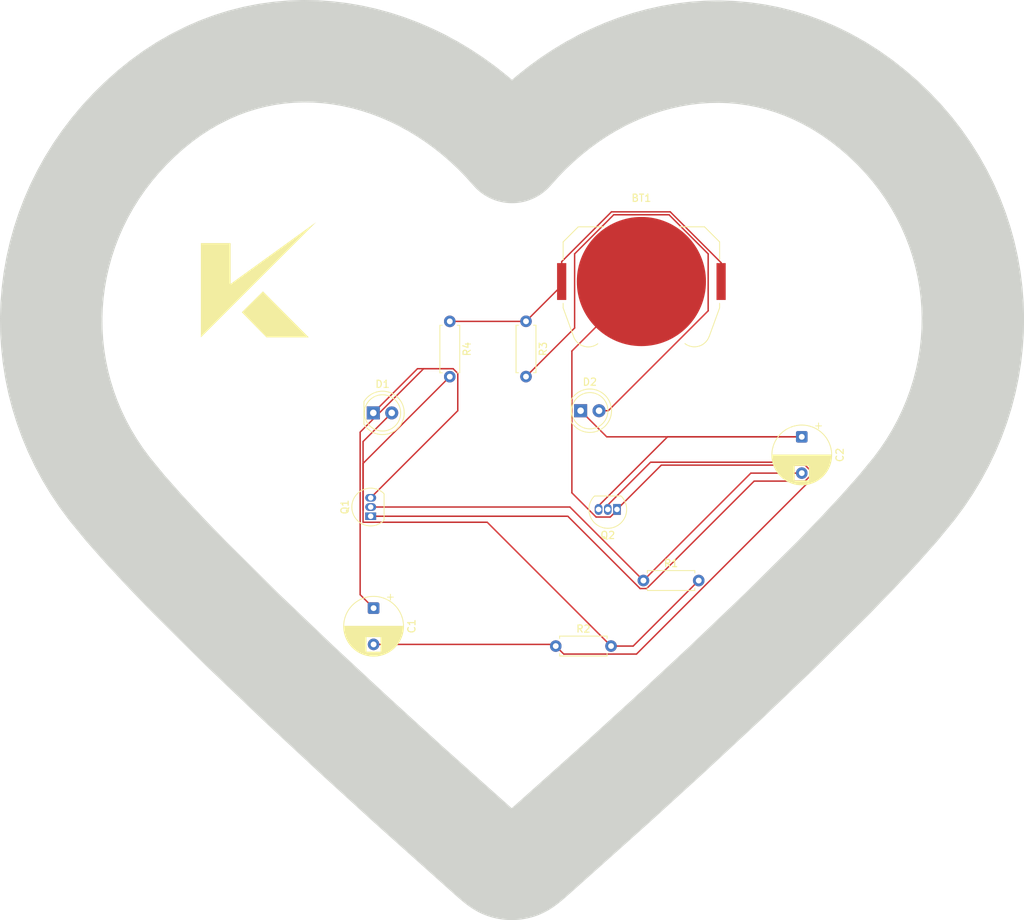
<source format=kicad_pcb>
(kicad_pcb (version 20241229) (generator "pcbnew") (generator_version "9.0")
  (layers (0 "F.Cu" signal) (2 "B.Cu" signal) (13 "F.Paste" user) (15 "B.Paste" user) (5 "F.SilkS" user "F.Silkscreen") (7 "B.SilkS" user "B.Silkscreen") (1 "F.Mask" user) (3 "B.Mask" user) (25 "Edge.Cuts" user))
  (net 0 "")
  (net 1 "Net-(BT1--)")
  (net 2 "Net-(BT1-+)")
  (net 3 "Net-(D1-K)")
  (net 4 "Net-(Q2-B)")
  (net 5 "Net-(D2-K)")
  (net 6 "Net-(Q1-B)")
  (net 7 "Net-(D1-A)")
  (net 8 "Net-(D2-A)")
  (footprint "Resistor_THT:R_Axial_DIN0207_L6.3mm_D2.5mm_P7.62mm_Horizontal" (layer "F.Cu") (at 116.38 90)
    (property "Reference" "R1" (at 3.81 -2.37 0) (layer "F.SilkS"))
    (property "Value" "R")
    (fp_line (start 0.54 -1.37) (end 7.08 -1.37) (stroke (width 0.12)) (layer "F.SilkS"))
    (fp_line (start 0.54 -1.04) (end 0.54 -1.37) (stroke (width 0.12)) (layer "F.SilkS"))
    (fp_line (start 0.54 1.04) (end 0.54 1.37) (stroke (width 0.12)) (layer "F.SilkS"))
    (fp_line (start 0.54 1.37) (end 7.08 1.37) (stroke (width 0.12)) (layer "F.SilkS"))
    (fp_line (start 7.08 -1.37) (end 7.08 -1.04) (stroke (width 0.12)) (layer "F.SilkS"))
    (fp_line (start 7.08 1.37) (end 7.08 1.04) (stroke (width 0.12)) (layer "F.SilkS"))
    (pad "1" thru_hole circle (at 0 0) (size 1.6 1.6) (drill 0.8) (layers "*.Cu" "*.Mask") (net 6 "Net-(Q1-B)"))
    (pad "2" thru_hole circle (at 7.62 0) (size 1.6 1.6) (drill 0.8) (layers "*.Cu" "*.Mask") (net 7 "Net-(D1-A)"))
  )
  (footprint "Package_TO_SOT_THT:TO-92_Inline" (layer "F.Cu") (at 112.74 80.2 180)
    (property "Reference" "Q2" (at 1.27 -3.56 0) (layer "F.SilkS"))
    (property "Value" "2N3904")
    (fp_line (start -0.53 1.85) (end 3.07 1.85) (stroke (width 0.12)) (layer "F.SilkS"))
    (fp_arc (start 1.27 -2.6) (mid 3.672087 -0.994977) (end 3.108478 1.838478) (stroke (width 0.12)) (layer "F.SilkS"))
    (fp_arc (start -0.568478 1.838478) (mid -1.132087 -0.994977) (end 1.27 -2.6) (stroke (width 0.12)) (layer "F.SilkS"))
    (pad "1" thru_hole rect (at 0 0 180) (size 1.05 1.5) (drill 0.75) (layers "*.Cu" "*.Mask") (net 1 "Net-(BT1--)"))
    (pad "2" thru_hole oval (at 1.27 0 180) (size 1.05 1.5) (drill 0.75) (layers "*.Cu" "*.Mask") (net 4 "Net-(Q2-B)"))
    (pad "3" thru_hole oval (at 2.54 0 180) (size 1.05 1.5) (drill 0.75) (layers "*.Cu" "*.Mask") (net 5 "Net-(D2-K)"))
  )
  (footprint "Battery:BatteryHolder_Keystone_3034_1x20mm" (layer "F.Cu") (at 116.1 48.8)
    (property "Reference" "BT1" (at 0 -11.5 0) (layer "F.SilkS"))
    (property "Value" "Battery_Cell")
    (fp_line (start -10.78 -5.46) (end -10.78 -3) (stroke (width 0.12)) (layer "F.SilkS"))
    (fp_line (start -10.78 3) (end -10.78 3.63) (stroke (width 0.12)) (layer "F.SilkS"))
    (fp_line (start -10.78 3.63) (end -9.34 7.58) (stroke (width 0.12)) (layer "F.SilkS"))
    (fp_line (start -8.7 -7.54) (end -10.78 -5.46) (stroke (width 0.12)) (layer "F.SilkS"))
    (fp_line (start -5.2 -7.54) (end -8.7 -7.54) (stroke (width 0.12)) (layer "F.SilkS"))
    (fp_line (start 8.7 -7.54) (end 5.2 -7.54) (stroke (width 0.12)) (layer "F.SilkS"))
    (fp_line (start 8.7 -7.54) (end 10.78 -5.46) (stroke (width 0.12)) (layer "F.SilkS"))
    (fp_line (start 10.78 -5.46) (end 10.78 -3) (stroke (width 0.12)) (layer "F.SilkS"))
    (fp_line (start 10.78 3) (end 10.78 3.63) (stroke (width 0.12)) (layer "F.SilkS"))
    (fp_line (start 10.78 3.63) (end 9.34 7.58) (stroke (width 0.12)) (layer "F.SilkS"))
    (fp_arc (start -6.003354 8.56653) (mid -7.921654 8.918738) (end -9.34 7.58) (stroke (width 0.12)) (layer "F.SilkS"))
    (fp_arc (start 9.325243 7.588169) (mid 7.90634 8.911668) (end 6 8.55) (stroke (width 0.12)) (layer "F.SilkS"))
    (pad "1" smd rect (at -10.985 0) (size 1.27 5.08) (layers "F.Cu" "F.Mask" "F.Paste") (net 2 "Net-(BT1-+)"))
    (pad "1" smd rect (at 10.985 0) (size 1.27 5.08) (layers "F.Cu" "F.Mask" "F.Paste") (net 2 "Net-(BT1-+)"))
    (pad "2" smd circle (at 0 0) (size 17.8 17.8) (layers "F.Cu" "F.Mask") (net 1 "Net-(BT1--)"))
  )
  (footprint "Resistor_THT:R_Axial_DIN0207_L6.3mm_D2.5mm_P7.62mm_Horizontal" (layer "F.Cu") (at 104.3 99.03)
    (property "Reference" "R2" (at 3.81 -2.37 0) (layer "F.SilkS"))
    (property "Value" "R")
    (fp_line (start 0.54 -1.37) (end 7.08 -1.37) (stroke (width 0.12)) (layer "F.SilkS"))
    (fp_line (start 0.54 -1.04) (end 0.54 -1.37) (stroke (width 0.12)) (layer "F.SilkS"))
    (fp_line (start 0.54 1.04) (end 0.54 1.37) (stroke (width 0.12)) (layer "F.SilkS"))
    (fp_line (start 0.54 1.37) (end 7.08 1.37) (stroke (width 0.12)) (layer "F.SilkS"))
    (fp_line (start 7.08 -1.37) (end 7.08 -1.04) (stroke (width 0.12)) (layer "F.SilkS"))
    (fp_line (start 7.08 1.37) (end 7.08 1.04) (stroke (width 0.12)) (layer "F.SilkS"))
    (pad "1" thru_hole circle (at 0 0) (size 1.6 1.6) (drill 0.8) (layers "*.Cu" "*.Mask") (net 4 "Net-(Q2-B)"))
    (pad "2" thru_hole circle (at 7.62 0) (size 1.6 1.6) (drill 0.8) (layers "*.Cu" "*.Mask") (net 7 "Net-(D1-A)"))
  )
  (footprint "Capacitor_THT:CP_Radial_D8.0mm_P5.00mm" (layer "F.Cu") (at 138.2 70.197349 -90)
    (property "Reference" "C2" (at 2.5 -5.25 90) (layer "F.SilkS"))
    (property "Value" "C")
    (fp_line (start 3.98 1.04) (end 3.98 3.805) (stroke (width 0.12)) (layer "F.SilkS"))
    (fp_line (start 4.02 1.04) (end 4.02 3.789) (stroke (width 0.12)) (layer "F.SilkS"))
    (fp_line (start 4.06 1.04) (end 4.06 3.773) (stroke (width 0.12)) (layer "F.SilkS"))
    (fp_line (start 4.1 1.04) (end 4.1 3.757) (stroke (width 0.12)) (layer "F.SilkS"))
    (fp_line (start 4.14 1.04) (end 4.14 3.74) (stroke (width 0.12)) (layer "F.SilkS"))
    (fp_line (start 4.18 1.04) (end 4.18 3.722) (stroke (width 0.12)) (layer "F.SilkS"))
    (fp_line (start 4.22 1.04) (end 4.22 3.704) (stroke (width 0.12)) (layer "F.SilkS"))
    (fp_line (start 4.26 1.04) (end 4.26 3.685) (stroke (width 0.12)) (layer "F.SilkS"))
    (fp_line (start 4.3 1.04) (end 4.3 3.666) (stroke (width 0.12)) (layer "F.SilkS"))
    (fp_line (start 4.34 1.04) (end 4.34 3.646) (stroke (width 0.12)) (layer "F.SilkS"))
    (fp_line (start 4.38 1.04) (end 4.38 3.626) (stroke (width 0.12)) (layer "F.SilkS"))
    (fp_line (start 4.42 1.04) (end 4.42 3.605) (stroke (width 0.12)) (layer "F.SilkS"))
    (fp_line (start 4.46 1.04) (end 4.46 3.584) (stroke (width 0.12)) (layer "F.SilkS"))
    (fp_line (start 4.5 1.04) (end 4.5 3.562) (stroke (width 0.12)) (layer "F.SilkS"))
    (fp_line (start 4.54 1.04) (end 4.54 3.539) (stroke (width 0.12)) (layer "F.SilkS"))
    (fp_line (start 4.58 1.04) (end 4.58 3.516) (stroke (width 0.12)) (layer "F.SilkS"))
    (fp_line (start 4.62 1.04) (end 4.62 3.493) (stroke (width 0.12)) (layer "F.SilkS"))
    (fp_line (start 4.66 1.04) (end 4.66 3.468) (stroke (width 0.12)) (layer "F.SilkS"))
    (fp_line (start 4.7 1.04) (end 4.7 3.443) (stroke (width 0.12)) (layer "F.SilkS"))
    (fp_line (start 4.74 1.04) (end 4.74 3.418) (stroke (width 0.12)) (layer "F.SilkS"))
    (fp_line (start 4.78 1.04) (end 4.78 3.392) (stroke (width 0.12)) (layer "F.SilkS"))
    (fp_line (start 4.82 1.04) (end 4.82 3.365) (stroke (width 0.12)) (layer "F.SilkS"))
    (fp_line (start 4.86 1.04) (end 4.86 3.337) (stroke (width 0.12)) (layer "F.SilkS"))
    (fp_line (start 4.9 1.04) (end 4.9 3.309) (stroke (width 0.12)) (layer "F.SilkS"))
    (fp_line (start 4.94 1.04) (end 4.94 3.28) (stroke (width 0.12)) (layer "F.SilkS"))
    (fp_line (start 4.98 1.04) (end 4.98 3.25) (stroke (width 0.12)) (layer "F.SilkS"))
    (fp_line (start 5.02 1.04) (end 5.02 3.219) (stroke (width 0.12)) (layer "F.SilkS"))
    (fp_line (start 5.06 1.04) (end 5.06 3.188) (stroke (width 0.12)) (layer "F.SilkS"))
    (fp_line (start 5.1 1.04) (end 5.1 3.156) (stroke (width 0.12)) (layer "F.SilkS"))
    (fp_line (start 5.14 1.04) (end 5.14 3.123) (stroke (width 0.12)) (layer "F.SilkS"))
    (fp_line (start 5.18 1.04) (end 5.18 3.089) (stroke (width 0.12)) (layer "F.SilkS"))
    (fp_line (start 5.22 1.04) (end 5.22 3.055) (stroke (width 0.12)) (layer "F.SilkS"))
    (fp_line (start 5.26 1.04) (end 5.26 3.019) (stroke (width 0.12)) (layer "F.SilkS"))
    (fp_line (start 5.3 1.04) (end 5.3 2.982) (stroke (width 0.12)) (layer "F.SilkS"))
    (fp_line (start 5.34 1.04) (end 5.34 2.945) (stroke (width 0.12)) (layer "F.SilkS"))
    (fp_line (start 5.38 1.04) (end 5.38 2.906) (stroke (width 0.12)) (layer "F.SilkS"))
    (fp_line (start 5.42 1.04) (end 5.42 2.867) (stroke (width 0.12)) (layer "F.SilkS"))
    (fp_line (start 5.46 1.04) (end 5.46 2.826) (stroke (width 0.12)) (layer "F.SilkS"))
    (fp_line (start 5.5 1.04) (end 5.5 2.784) (stroke (width 0.12)) (layer "F.SilkS"))
    (fp_line (start 5.54 1.04) (end 5.54 2.741) (stroke (width 0.12)) (layer "F.SilkS"))
    (fp_line (start 5.58 1.04) (end 5.58 2.696) (stroke (width 0.12)) (layer "F.SilkS"))
    (fp_line (start 5.62 1.04) (end 5.62 2.651) (stroke (width 0.12)) (layer "F.SilkS"))
    (fp_line (start 5.66 1.04) (end 5.66 2.604) (stroke (width 0.12)) (layer "F.SilkS"))
    (fp_line (start 5.7 1.04) (end 5.7 2.555) (stroke (width 0.12)) (layer "F.SilkS"))
    (fp_line (start 5.74 1.04) (end 5.74 2.505) (stroke (width 0.12)) (layer "F.SilkS"))
    (fp_line (start 5.78 1.04) (end 5.78 2.453) (stroke (width 0.12)) (layer "F.SilkS"))
    (fp_line (start 5.82 1.04) (end 5.82 2.4) (stroke (width 0.12)) (layer "F.SilkS"))
    (fp_line (start 5.86 1.04) (end 5.86 2.344) (stroke (width 0.12)) (layer "F.SilkS"))
    (fp_line (start 5.9 1.04) (end 5.9 2.287) (stroke (width 0.12)) (layer "F.SilkS"))
    (fp_line (start 5.94 1.04) (end 5.94 2.227) (stroke (width 0.12)) (layer "F.SilkS"))
    (fp_line (start 5.98 1.04) (end 5.98 2.165) (stroke (width 0.12)) (layer "F.SilkS"))
    (fp_line (start 6.02 1.04) (end 6.02 2.101) (stroke (width 0.12)) (layer "F.SilkS"))
    (fp_line (start 6.58 -0.533) (end 6.58 0.533) (stroke (width 0.12)) (layer "F.SilkS"))
    (fp_line (start 6.54 -0.768) (end 6.54 0.768) (stroke (width 0.12)) (layer "F.SilkS"))
    (fp_line (start 6.5 -0.947) (end 6.5 0.947) (stroke (width 0.12)) (layer "F.SilkS"))
    (fp_line (start 6.46 -1.097) (end 6.46 1.097) (stroke (width 0.12)) (layer "F.SilkS"))
    (fp_line (start 6.42 -1.228) (end 6.42 1.228) (stroke (width 0.12)) (layer "F.SilkS"))
    (fp_line (start 6.38 -1.346) (end 6.38 1.346) (stroke (width 0.12)) (layer "F.SilkS"))
    (fp_line (start 6.34 -1.453) (end 6.34 1.453) (stroke (width 0.12)) (layer "F.SilkS"))
    (fp_line (start 6.3 -1.552) (end 6.3 1.552) (stroke (width 0.12)) (layer "F.SilkS"))
    (fp_line (start 6.26 -1.644) (end 6.26 1.644) (stroke (width 0.12)) (layer "F.SilkS"))
    (fp_line (start 6.22 -1.731) (end 6.22 1.731) (stroke (width 0.12)) (layer "F.SilkS"))
    (fp_line (start 6.18 -1.813) (end 6.18 1.813) (stroke (width 0.12)) (layer "F.SilkS"))
    (fp_line (start 6.14 -1.89) (end 6.14 1.89) (stroke (width 0.12)) (layer "F.SilkS"))
    (fp_line (start 6.1 -1.964) (end 6.1 1.964) (stroke (width 0.12)) (layer "F.SilkS"))
    (fp_line (start 6.06 -2.034) (end 6.06 2.034) (stroke (width 0.12)) (layer "F.SilkS"))
    (fp_line (start 6.02 -2.101) (end 6.02 -1.04) (stroke (width 0.12)) (layer "F.SilkS"))
    (fp_line (start 5.98 -2.165) (end 5.98 -1.04) (stroke (width 0.12)) (layer "F.SilkS"))
    (fp_line (start 5.94 -2.227) (end 5.94 -1.04) (stroke (width 0.12)) (layer "F.SilkS"))
    (fp_line (start 5.9 -2.287) (end 5.9 -1.04) (stroke (width 0.12)) (layer "F.SilkS"))
    (fp_line (start -1.909698 -2.315) (end -1.109698 -2.315) (stroke (width 0.12)) (layer "F.SilkS"))
    (fp_line (start 5.86 -2.344) (end 5.86 -1.04) (stroke (width 0.12)) (layer "F.SilkS"))
    (fp_line (start 5.82 -2.4) (end 5.82 -1.04) (stroke (width 0.12)) (layer "F.SilkS"))
    (fp_line (start 5.78 -2.453) (end 5.78 -1.04) (stroke (width 0.12)) (layer "F.SilkS"))
    (fp_line (start 5.74 -2.505) (end 5.74 -1.04) (stroke (width 0.12)) (layer "F.SilkS"))
    (fp_line (start 5.7 -2.555) (end 5.7 -1.04) (stroke (width 0.12)) (layer "F.SilkS"))
    (fp_line (start 5.66 -2.604) (end 5.66 -1.04) (stroke (width 0.12)) (layer "F.SilkS"))
    (fp_line (start 5.62 -2.651) (end 5.62 -1.04) (stroke (width 0.12)) (layer "F.SilkS"))
    (fp_line (start 5.58 -2.696) (end 5.58 -1.04) (stroke (width 0.12)) (layer "F.SilkS"))
    (fp_line (start -1.509698 -2.715) (end -1.509698 -1.915) (stroke (width 0.12)) (layer "F.SilkS"))
    (fp_line (start 5.54 -2.741) (end 5.54 -1.04) (stroke (width 0.12)) (layer "F.SilkS"))
    (fp_line (start 5.5 -2.784) (end 5.5 -1.04) (stroke (width 0.12)) (layer "F.SilkS"))
    (fp_line (start 5.46 -2.826) (end 5.46 -1.04) (stroke (width 0.12)) (layer "F.SilkS"))
    (fp_line (start 5.42 -2.867) (end 5.42 -1.04) (stroke (width 0.12)) (layer "F.SilkS"))
    (fp_line (start 5.38 -2.906) (end 5.38 -1.04) (stroke (width 0.12)) (layer "F.SilkS"))
    (fp_line (start 5.34 -2.945) (end 5.34 -1.04) (stroke (width 0.12)) (layer "F.SilkS"))
    (fp_line (start 5.3 -2.982) (end 5.3 -1.04) (stroke (width 0.12)) (layer "F.SilkS"))
    (fp_line (start 5.26 -3.019) (end 5.26 -1.04) (stroke (width 0.12)) (layer "F.SilkS"))
    (fp_line (start 5.22 -3.055) (end 5.22 -1.04) (stroke (width 0.12)) (layer "F.SilkS"))
    (fp_line (start 5.18 -3.089) (end 5.18 -1.04) (stroke (width 0.12)) (layer "F.SilkS"))
    (fp_line (start 5.14 -3.123) (end 5.14 -1.04) (stroke (width 0.12)) (layer "F.SilkS"))
    (fp_line (start 5.1 -3.156) (end 5.1 -1.04) (stroke (width 0.12)) (layer "F.SilkS"))
    (fp_line (start 5.06 -3.188) (end 5.06 -1.04) (stroke (width 0.12)) (layer "F.SilkS"))
    (fp_line (start 5.02 -3.219) (end 5.02 -1.04) (stroke (width 0.12)) (layer "F.SilkS"))
    (fp_line (start 4.98 -3.25) (end 4.98 -1.04) (stroke (width 0.12)) (layer "F.SilkS"))
    (fp_line (start 4.94 -3.28) (end 4.94 -1.04) (stroke (width 0.12)) (layer "F.SilkS"))
    (fp_line (start 4.9 -3.309) (end 4.9 -1.04) (stroke (width 0.12)) (layer "F.SilkS"))
    (fp_line (start 4.86 -3.337) (end 4.86 -1.04) (stroke (width 0.12)) (layer "F.SilkS"))
    (fp_line (start 4.82 -3.365) (end 4.82 -1.04) (stroke (width 0.12)) (layer "F.SilkS"))
    (fp_line (start 4.78 -3.392) (end 4.78 -1.04) (stroke (width 0.12)) (layer "F.SilkS"))
    (fp_line (start 4.74 -3.418) (end 4.74 -1.04) (stroke (width 0.12)) (layer "F.SilkS"))
    (fp_line (start 4.7 -3.443) (end 4.7 -1.04) (stroke (width 0.12)) (layer "F.SilkS"))
    (fp_line (start 4.66 -3.468) (end 4.66 -1.04) (stroke (width 0.12)) (layer "F.SilkS"))
    (fp_line (start 4.62 -3.493) (end 4.62 -1.04) (stroke (width 0.12)) (layer "F.SilkS"))
    (fp_line (start 4.58 -3.516) (end 4.58 -1.04) (stroke (width 0.12)) (layer "F.SilkS"))
    (fp_line (start 4.54 -3.539) (end 4.54 -1.04) (stroke (width 0.12)) (layer "F.SilkS"))
    (fp_line (start 4.5 -3.562) (end 4.5 -1.04) (stroke (width 0.12)) (layer "F.SilkS"))
    (fp_line (start 4.46 -3.584) (end 4.46 -1.04) (stroke (width 0.12)) (layer "F.SilkS"))
    (fp_line (start 4.42 -3.605) (end 4.42 -1.04) (stroke (width 0.12)) (layer "F.SilkS"))
    (fp_line (start 4.38 -3.626) (end 4.38 -1.04) (stroke (width 0.12)) (layer "F.SilkS"))
    (fp_line (start 4.34 -3.646) (end 4.34 -1.04) (stroke (width 0.12)) (layer "F.SilkS"))
    (fp_line (start 4.3 -3.666) (end 4.3 -1.04) (stroke (width 0.12)) (layer "F.SilkS"))
    (fp_line (start 4.26 -3.685) (end 4.26 -1.04) (stroke (width 0.12)) (layer "F.SilkS"))
    (fp_line (start 4.22 -3.704) (end 4.22 -1.04) (stroke (width 0.12)) (layer "F.SilkS"))
    (fp_line (start 4.18 -3.722) (end 4.18 -1.04) (stroke (width 0.12)) (layer "F.SilkS"))
    (fp_line (start 4.14 -3.74) (end 4.14 -1.04) (stroke (width 0.12)) (layer "F.SilkS"))
    (fp_line (start 4.1 -3.757) (end 4.1 -1.04) (stroke (width 0.12)) (layer "F.SilkS"))
    (fp_line (start 4.06 -3.773) (end 4.06 -1.04) (stroke (width 0.12)) (layer "F.SilkS"))
    (fp_line (start 4.02 -3.789) (end 4.02 -1.04) (stroke (width 0.12)) (layer "F.SilkS"))
    (fp_line (start 3.98 -3.805) (end 3.98 -1.04) (stroke (width 0.12)) (layer "F.SilkS"))
    (fp_line (start 3.94 -3.82) (end 3.94 3.82) (stroke (width 0.12)) (layer "F.SilkS"))
    (fp_line (start 3.9 -3.835) (end 3.9 3.835) (stroke (width 0.12)) (layer "F.SilkS"))
    (fp_line (start 3.86 -3.849) (end 3.86 3.849) (stroke (width 0.12)) (layer "F.SilkS"))
    (fp_line (start 3.82 -3.863) (end 3.82 3.863) (stroke (width 0.12)) (layer "F.SilkS"))
    (fp_line (start 3.78 -3.876) (end 3.78 3.876) (stroke (width 0.12)) (layer "F.SilkS"))
    (fp_line (start 3.74 -3.889) (end 3.74 3.889) (stroke (width 0.12)) (layer "F.SilkS"))
    (fp_line (start 3.7 -3.901) (end 3.7 3.901) (stroke (width 0.12)) (layer "F.SilkS"))
    (fp_line (start 3.66 -3.913) (end 3.66 3.913) (stroke (width 0.12)) (layer "F.SilkS"))
    (fp_line (start 3.62 -3.925) (end 3.62 3.925) (stroke (width 0.12)) (layer "F.SilkS"))
    (fp_line (start 3.58 -3.936) (end 3.58 3.936) (stroke (width 0.12)) (layer "F.SilkS"))
    (fp_line (start 3.54 -3.947) (end 3.54 3.947) (stroke (width 0.12)) (layer "F.SilkS"))
    (fp_line (start 3.5 -3.957) (end 3.5 3.957) (stroke (width 0.12)) (layer "F.SilkS"))
    (fp_line (start 3.46 -3.967) (end 3.46 3.967) (stroke (width 0.12)) (layer "F.SilkS"))
    (fp_line (start 3.42 -3.976) (end 3.42 3.976) (stroke (width 0.12)) (layer "F.SilkS"))
    (fp_line (start 3.38 -3.985) (end 3.38 3.985) (stroke (width 0.12)) (layer "F.SilkS"))
    (fp_line (start 3.34 -3.993) (end 3.34 3.993) (stroke (width 0.12)) (layer "F.SilkS"))
    (fp_line (start 3.3 -4.002) (end 3.3 4.002) (stroke (width 0.12)) (layer "F.SilkS"))
    (fp_line (start 3.26 -4.009) (end 3.26 4.009) (stroke (width 0.12)) (layer "F.SilkS"))
    (fp_line (start 3.22 -4.017) (end 3.22 4.017) (stroke (width 0.12)) (layer "F.SilkS"))
    (fp_line (start 3.18 -4.023) (end 3.18 4.023) (stroke (width 0.12)) (layer "F.SilkS"))
    (fp_line (start 3.14 -4.03) (end 3.14 4.03) (stroke (width 0.12)) (layer "F.SilkS"))
    (fp_line (start 3.1 -4.036) (end 3.1 4.036) (stroke (width 0.12)) (layer "F.SilkS"))
    (fp_line (start 3.06 -4.042) (end 3.06 4.042) (stroke (width 0.12)) (layer "F.SilkS"))
    (fp_line (start 3.02 -4.047) (end 3.02 4.047) (stroke (width 0.12)) (layer "F.SilkS"))
    (fp_line (start 2.98 -4.052) (end 2.98 4.052) (stroke (width 0.12)) (layer "F.SilkS"))
    (fp_line (start 2.94 -4.056) (end 2.94 4.056) (stroke (width 0.12)) (layer "F.SilkS"))
    (fp_line (start 2.9 -4.061) (end 2.9 4.061) (stroke (width 0.12)) (layer "F.SilkS"))
    (fp_line (start 2.86 -4.064) (end 2.86 4.064) (stroke (width 0.12)) (layer "F.SilkS"))
    (fp_line (start 2.82 -4.068) (end 2.82 4.068) (stroke (width 0.12)) (layer "F.SilkS"))
    (fp_line (start 2.78 -4.07) (end 2.78 4.07) (stroke (width 0.12)) (layer "F.SilkS"))
    (fp_line (start 2.74 -4.073) (end 2.74 4.073) (stroke (width 0.12)) (layer "F.SilkS"))
    (fp_line (start 2.7 -4.075) (end 2.7 4.075) (stroke (width 0.12)) (layer "F.SilkS"))
    (fp_line (start 2.66 -4.077) (end 2.66 4.077) (stroke (width 0.12)) (layer "F.SilkS"))
    (fp_line (start 2.62 -4.078) (end 2.62 4.078) (stroke (width 0.12)) (layer "F.SilkS"))
    (fp_line (start 2.58 -4.079) (end 2.58 4.079) (stroke (width 0.12)) (layer "F.SilkS"))
    (fp_line (start 2.5 -4.08) (end 2.5 4.08) (stroke (width 0.12)) (layer "F.SilkS"))
    (fp_line (start 2.54 -4.08) (end 2.54 4.08) (stroke (width 0.12)) (layer "F.SilkS"))
    (fp_circle (center 2.5 0) (end 6.62 0) (stroke (width 0.12)) (fill no) (layer "F.SilkS"))
    (pad "1" thru_hole roundrect (at 0 0 270) (size 1.6 1.6) (drill 0.8) (layers "*.Cu" "*.Mask") (roundrect_rratio 0.15625) (net 5 "Net-(D2-K)"))
    (pad "2" thru_hole circle (at 5 0 270) (size 1.6 1.6) (drill 0.8) (layers "*.Cu" "*.Mask") (net 6 "Net-(Q1-B)"))
  )
  (footprint "LED_THT:LED_D5.0mm" (layer "F.Cu") (at 79.16 66.9)
    (property "Reference" "D1" (at 1.27 -3.96 0) (layer "F.SilkS"))
    (property "Value" "LED")
    (fp_line (start -1.29 -1.545) (end -1.29 1.545) (stroke (width 0.12)) (layer "F.SilkS"))
    (fp_arc (start -1.29 -1.54483) (mid 2.071779 -2.880495) (end 4.26 0) (stroke (width 0.12)) (layer "F.SilkS"))
    (fp_arc (start 4.26 0) (mid 2.071779 2.880495) (end -1.29 1.54483) (stroke (width 0.12)) (layer "F.SilkS"))
    (fp_circle (center 1.27 0) (end 3.77 0) (stroke (width 0.12)) (fill no) (layer "F.SilkS"))
    (pad "1" thru_hole rect (at 0 0) (size 1.8 1.8) (drill 0.9) (layers "*.Cu" "*.Mask") (net 3 "Net-(D1-K)"))
    (pad "2" thru_hole circle (at 2.54 0) (size 1.8 1.8) (drill 0.9) (layers "*.Cu" "*.Mask") (net 7 "Net-(D1-A)"))
  )
  (footprint "Package_TO_SOT_THT:TO-92_Inline" (layer "F.Cu") (at 78.8 81.14 90)
    (property "Reference" "Q1" (at 1.27 -3.56 90) (layer "F.SilkS"))
    (property "Value" "2N3904")
    (fp_line (start -0.53 1.85) (end 3.07 1.85) (stroke (width 0.12)) (layer "F.SilkS"))
    (fp_arc (start 1.27 -2.6) (mid 3.672087 -0.994977) (end 3.108478 1.838478) (stroke (width 0.12)) (layer "F.SilkS"))
    (fp_arc (start -0.568478 1.838478) (mid -1.132087 -0.994977) (end 1.27 -2.6) (stroke (width 0.12)) (layer "F.SilkS"))
    (pad "1" thru_hole rect (at 0 0 90) (size 1.05 1.5) (drill 0.75) (layers "*.Cu" "*.Mask") (net 1 "Net-(BT1--)"))
    (pad "2" thru_hole oval (at 1.27 0 90) (size 1.05 1.5) (drill 0.75) (layers "*.Cu" "*.Mask") (net 6 "Net-(Q1-B)"))
    (pad "3" thru_hole oval (at 2.54 0 90) (size 1.05 1.5) (drill 0.75) (layers "*.Cu" "*.Mask") (net 3 "Net-(D1-K)"))
  )
  (footprint "LED_THT:LED_D5.0mm" (layer "F.Cu") (at 107.725 66.6)
    (property "Reference" "D2" (at 1.27 -3.96 0) (layer "F.SilkS"))
    (property "Value" "LED")
    (fp_line (start -1.29 -1.545) (end -1.29 1.545) (stroke (width 0.12)) (layer "F.SilkS"))
    (fp_arc (start -1.29 -1.54483) (mid 2.071779 -2.880495) (end 4.26 0) (stroke (width 0.12)) (layer "F.SilkS"))
    (fp_arc (start 4.26 0) (mid 2.071779 2.880495) (end -1.29 1.54483) (stroke (width 0.12)) (layer "F.SilkS"))
    (fp_circle (center 1.27 0) (end 3.77 0) (stroke (width 0.12)) (fill no) (layer "F.SilkS"))
    (pad "1" thru_hole rect (at 0 0) (size 1.8 1.8) (drill 0.9) (layers "*.Cu" "*.Mask") (net 5 "Net-(D2-K)"))
    (pad "2" thru_hole circle (at 2.54 0) (size 1.8 1.8) (drill 0.9) (layers "*.Cu" "*.Mask") (net 8 "Net-(D2-A)"))
  )
  (footprint "Capacitor_THT:CP_Radial_D8.0mm_P5.00mm" (layer "F.Cu") (at 79.2 93.8 -90)
    (property "Reference" "C1" (at 2.5 -5.25 90) (layer "F.SilkS"))
    (property "Value" "C")
    (fp_line (start 3.98 1.04) (end 3.98 3.805) (stroke (width 0.12)) (layer "F.SilkS"))
    (fp_line (start 4.02 1.04) (end 4.02 3.789) (stroke (width 0.12)) (layer "F.SilkS"))
    (fp_line (start 4.06 1.04) (end 4.06 3.773) (stroke (width 0.12)) (layer "F.SilkS"))
    (fp_line (start 4.1 1.04) (end 4.1 3.757) (stroke (width 0.12)) (layer "F.SilkS"))
    (fp_line (start 4.14 1.04) (end 4.14 3.74) (stroke (width 0.12)) (layer "F.SilkS"))
    (fp_line (start 4.18 1.04) (end 4.18 3.722) (stroke (width 0.12)) (layer "F.SilkS"))
    (fp_line (start 4.22 1.04) (end 4.22 3.704) (stroke (width 0.12)) (layer "F.SilkS"))
    (fp_line (start 4.26 1.04) (end 4.26 3.685) (stroke (width 0.12)) (layer "F.SilkS"))
    (fp_line (start 4.3 1.04) (end 4.3 3.666) (stroke (width 0.12)) (layer "F.SilkS"))
    (fp_line (start 4.34 1.04) (end 4.34 3.646) (stroke (width 0.12)) (layer "F.SilkS"))
    (fp_line (start 4.38 1.04) (end 4.38 3.626) (stroke (width 0.12)) (layer "F.SilkS"))
    (fp_line (start 4.42 1.04) (end 4.42 3.605) (stroke (width 0.12)) (layer "F.SilkS"))
    (fp_line (start 4.46 1.04) (end 4.46 3.584) (stroke (width 0.12)) (layer "F.SilkS"))
    (fp_line (start 4.5 1.04) (end 4.5 3.562) (stroke (width 0.12)) (layer "F.SilkS"))
    (fp_line (start 4.54 1.04) (end 4.54 3.539) (stroke (width 0.12)) (layer "F.SilkS"))
    (fp_line (start 4.58 1.04) (end 4.58 3.516) (stroke (width 0.12)) (layer "F.SilkS"))
    (fp_line (start 4.62 1.04) (end 4.62 3.493) (stroke (width 0.12)) (layer "F.SilkS"))
    (fp_line (start 4.66 1.04) (end 4.66 3.468) (stroke (width 0.12)) (layer "F.SilkS"))
    (fp_line (start 4.7 1.04) (end 4.7 3.443) (stroke (width 0.12)) (layer "F.SilkS"))
    (fp_line (start 4.74 1.04) (end 4.74 3.418) (stroke (width 0.12)) (layer "F.SilkS"))
    (fp_line (start 4.78 1.04) (end 4.78 3.392) (stroke (width 0.12)) (layer "F.SilkS"))
    (fp_line (start 4.82 1.04) (end 4.82 3.365) (stroke (width 0.12)) (layer "F.SilkS"))
    (fp_line (start 4.86 1.04) (end 4.86 3.337) (stroke (width 0.12)) (layer "F.SilkS"))
    (fp_line (start 4.9 1.04) (end 4.9 3.309) (stroke (width 0.12)) (layer "F.SilkS"))
    (fp_line (start 4.94 1.04) (end 4.94 3.28) (stroke (width 0.12)) (layer "F.SilkS"))
    (fp_line (start 4.98 1.04) (end 4.98 3.25) (stroke (width 0.12)) (layer "F.SilkS"))
    (fp_line (start 5.02 1.04) (end 5.02 3.219) (stroke (width 0.12)) (layer "F.SilkS"))
    (fp_line (start 5.06 1.04) (end 5.06 3.188) (stroke (width 0.12)) (layer "F.SilkS"))
    (fp_line (start 5.1 1.04) (end 5.1 3.156) (stroke (width 0.12)) (layer "F.SilkS"))
    (fp_line (start 5.14 1.04) (end 5.14 3.123) (stroke (width 0.12)) (layer "F.SilkS"))
    (fp_line (start 5.18 1.04) (end 5.18 3.089) (stroke (width 0.12)) (layer "F.SilkS"))
    (fp_line (start 5.22 1.04) (end 5.22 3.055) (stroke (width 0.12)) (layer "F.SilkS"))
    (fp_line (start 5.26 1.04) (end 5.26 3.019) (stroke (width 0.12)) (layer "F.SilkS"))
    (fp_line (start 5.3 1.04) (end 5.3 2.982) (stroke (width 0.12)) (layer "F.SilkS"))
    (fp_line (start 5.34 1.04) (end 5.34 2.945) (stroke (width 0.12)) (layer "F.SilkS"))
    (fp_line (start 5.38 1.04) (end 5.38 2.906) (stroke (width 0.12)) (layer "F.SilkS"))
    (fp_line (start 5.42 1.04) (end 5.42 2.867) (stroke (width 0.12)) (layer "F.SilkS"))
    (fp_line (start 5.46 1.04) (end 5.46 2.826) (stroke (width 0.12)) (layer "F.SilkS"))
    (fp_line (start 5.5 1.04) (end 5.5 2.784) (stroke (width 0.12)) (layer "F.SilkS"))
    (fp_line (start 5.54 1.04) (end 5.54 2.741) (stroke (width 0.12)) (layer "F.SilkS"))
    (fp_line (start 5.58 1.04) (end 5.58 2.696) (stroke (width 0.12)) (layer "F.SilkS"))
    (fp_line (start 5.62 1.04) (end 5.62 2.651) (stroke (width 0.12)) (layer "F.SilkS"))
    (fp_line (start 5.66 1.04) (end 5.66 2.604) (stroke (width 0.12)) (layer "F.SilkS"))
    (fp_line (start 5.7 1.04) (end 5.7 2.555) (stroke (width 0.12)) (layer "F.SilkS"))
    (fp_line (start 5.74 1.04) (end 5.74 2.505) (stroke (width 0.12)) (layer "F.SilkS"))
    (fp_line (start 5.78 1.04) (end 5.78 2.453) (stroke (width 0.12)) (layer "F.SilkS"))
    (fp_line (start 5.82 1.04) (end 5.82 2.4) (stroke (width 0.12)) (layer "F.SilkS"))
    (fp_line (start 5.86 1.04) (end 5.86 2.344) (stroke (width 0.12)) (layer "F.SilkS"))
    (fp_line (start 5.9 1.04) (end 5.9 2.287) (stroke (width 0.12)) (layer "F.SilkS"))
    (fp_line (start 5.94 1.04) (end 5.94 2.227) (stroke (width 0.12)) (layer "F.SilkS"))
    (fp_line (start 5.98 1.04) (end 5.98 2.165) (stroke (width 0.12)) (layer "F.SilkS"))
    (fp_line (start 6.02 1.04) (end 6.02 2.101) (stroke (width 0.12)) (layer "F.SilkS"))
    (fp_line (start 6.58 -0.533) (end 6.58 0.533) (stroke (width 0.12)) (layer "F.SilkS"))
    (fp_line (start 6.54 -0.768) (end 6.54 0.768) (stroke (width 0.12)) (layer "F.SilkS"))
    (fp_line (start 6.5 -0.947) (end 6.5 0.947) (stroke (width 0.12)) (layer "F.SilkS"))
    (fp_line (start 6.46 -1.097) (end 6.46 1.097) (stroke (width 0.12)) (layer "F.SilkS"))
    (fp_line (start 6.42 -1.228) (end 6.42 1.228) (stroke (width 0.12)) (layer "F.SilkS"))
    (fp_line (start 6.38 -1.346) (end 6.38 1.346) (stroke (width 0.12)) (layer "F.SilkS"))
    (fp_line (start 6.34 -1.453) (end 6.34 1.453) (stroke (width 0.12)) (layer "F.SilkS"))
    (fp_line (start 6.3 -1.552) (end 6.3 1.552) (stroke (width 0.12)) (layer "F.SilkS"))
    (fp_line (start 6.26 -1.644) (end 6.26 1.644) (stroke (width 0.12)) (layer "F.SilkS"))
    (fp_line (start 6.22 -1.731) (end 6.22 1.731) (stroke (width 0.12)) (layer "F.SilkS"))
    (fp_line (start 6.18 -1.813) (end 6.18 1.813) (stroke (width 0.12)) (layer "F.SilkS"))
    (fp_line (start 6.14 -1.89) (end 6.14 1.89) (stroke (width 0.12)) (layer "F.SilkS"))
    (fp_line (start 6.1 -1.964) (end 6.1 1.964) (stroke (width 0.12)) (layer "F.SilkS"))
    (fp_line (start 6.06 -2.034) (end 6.06 2.034) (stroke (width 0.12)) (layer "F.SilkS"))
    (fp_line (start 6.02 -2.101) (end 6.02 -1.04) (stroke (width 0.12)) (layer "F.SilkS"))
    (fp_line (start 5.98 -2.165) (end 5.98 -1.04) (stroke (width 0.12)) (layer "F.SilkS"))
    (fp_line (start 5.94 -2.227) (end 5.94 -1.04) (stroke (width 0.12)) (layer "F.SilkS"))
    (fp_line (start 5.9 -2.287) (end 5.9 -1.04) (stroke (width 0.12)) (layer "F.SilkS"))
    (fp_line (start -1.909698 -2.315) (end -1.109698 -2.315) (stroke (width 0.12)) (layer "F.SilkS"))
    (fp_line (start 5.86 -2.344) (end 5.86 -1.04) (stroke (width 0.12)) (layer "F.SilkS"))
    (fp_line (start 5.82 -2.4) (end 5.82 -1.04) (stroke (width 0.12)) (layer "F.SilkS"))
    (fp_line (start 5.78 -2.453) (end 5.78 -1.04) (stroke (width 0.12)) (layer "F.SilkS"))
    (fp_line (start 5.74 -2.505) (end 5.74 -1.04) (stroke (width 0.12)) (layer "F.SilkS"))
    (fp_line (start 5.7 -2.555) (end 5.7 -1.04) (stroke (width 0.12)) (layer "F.SilkS"))
    (fp_line (start 5.66 -2.604) (end 5.66 -1.04) (stroke (width 0.12)) (layer "F.SilkS"))
    (fp_line (start 5.62 -2.651) (end 5.62 -1.04) (stroke (width 0.12)) (layer "F.SilkS"))
    (fp_line (start 5.58 -2.696) (end 5.58 -1.04) (stroke (width 0.12)) (layer "F.SilkS"))
    (fp_line (start -1.509698 -2.715) (end -1.509698 -1.915) (stroke (width 0.12)) (layer "F.SilkS"))
    (fp_line (start 5.54 -2.741) (end 5.54 -1.04) (stroke (width 0.12)) (layer "F.SilkS"))
    (fp_line (start 5.5 -2.784) (end 5.5 -1.04) (stroke (width 0.12)) (layer "F.SilkS"))
    (fp_line (start 5.46 -2.826) (end 5.46 -1.04) (stroke (width 0.12)) (layer "F.SilkS"))
    (fp_line (start 5.42 -2.867) (end 5.42 -1.04) (stroke (width 0.12)) (layer "F.SilkS"))
    (fp_line (start 5.38 -2.906) (end 5.38 -1.04) (stroke (width 0.12)) (layer "F.SilkS"))
    (fp_line (start 5.34 -2.945) (end 5.34 -1.04) (stroke (width 0.12)) (layer "F.SilkS"))
    (fp_line (start 5.3 -2.982) (end 5.3 -1.04) (stroke (width 0.12)) (layer "F.SilkS"))
    (fp_line (start 5.26 -3.019) (end 5.26 -1.04) (stroke (width 0.12)) (layer "F.SilkS"))
    (fp_line (start 5.22 -3.055) (end 5.22 -1.04) (stroke (width 0.12)) (layer "F.SilkS"))
    (fp_line (start 5.18 -3.089) (end 5.18 -1.04) (stroke (width 0.12)) (layer "F.SilkS"))
    (fp_line (start 5.14 -3.123) (end 5.14 -1.04) (stroke (width 0.12)) (layer "F.SilkS"))
    (fp_line (start 5.1 -3.156) (end 5.1 -1.04) (stroke (width 0.12)) (layer "F.SilkS"))
    (fp_line (start 5.06 -3.188) (end 5.06 -1.04) (stroke (width 0.12)) (layer "F.SilkS"))
    (fp_line (start 5.02 -3.219) (end 5.02 -1.04) (stroke (width 0.12)) (layer "F.SilkS"))
    (fp_line (start 4.98 -3.25) (end 4.98 -1.04) (stroke (width 0.12)) (layer "F.SilkS"))
    (fp_line (start 4.94 -3.28) (end 4.94 -1.04) (stroke (width 0.12)) (layer "F.SilkS"))
    (fp_line (start 4.9 -3.309) (end 4.9 -1.04) (stroke (width 0.12)) (layer "F.SilkS"))
    (fp_line (start 4.86 -3.337) (end 4.86 -1.04) (stroke (width 0.12)) (layer "F.SilkS"))
    (fp_line (start 4.82 -3.365) (end 4.82 -1.04) (stroke (width 0.12)) (layer "F.SilkS"))
    (fp_line (start 4.78 -3.392) (end 4.78 -1.04) (stroke (width 0.12)) (layer "F.SilkS"))
    (fp_line (start 4.74 -3.418) (end 4.74 -1.04) (stroke (width 0.12)) (layer "F.SilkS"))
    (fp_line (start 4.7 -3.443) (end 4.7 -1.04) (stroke (width 0.12)) (layer "F.SilkS"))
    (fp_line (start 4.66 -3.468) (end 4.66 -1.04) (stroke (width 0.12)) (layer "F.SilkS"))
    (fp_line (start 4.62 -3.493) (end 4.62 -1.04) (stroke (width 0.12)) (layer "F.SilkS"))
    (fp_line (start 4.58 -3.516) (end 4.58 -1.04) (stroke (width 0.12)) (layer "F.SilkS"))
    (fp_line (start 4.54 -3.539) (end 4.54 -1.04) (stroke (width 0.12)) (layer "F.SilkS"))
    (fp_line (start 4.5 -3.562) (end 4.5 -1.04) (stroke (width 0.12)) (layer "F.SilkS"))
    (fp_line (start 4.46 -3.584) (end 4.46 -1.04) (stroke (width 0.12)) (layer "F.SilkS"))
    (fp_line (start 4.42 -3.605) (end 4.42 -1.04) (stroke (width 0.12)) (layer "F.SilkS"))
    (fp_line (start 4.38 -3.626) (end 4.38 -1.04) (stroke (width 0.12)) (layer "F.SilkS"))
    (fp_line (start 4.34 -3.646) (end 4.34 -1.04) (stroke (width 0.12)) (layer "F.SilkS"))
    (fp_line (start 4.3 -3.666) (end 4.3 -1.04) (stroke (width 0.12)) (layer "F.SilkS"))
    (fp_line (start 4.26 -3.685) (end 4.26 -1.04) (stroke (width 0.12)) (layer "F.SilkS"))
    (fp_line (start 4.22 -3.704) (end 4.22 -1.04) (stroke (width 0.12)) (layer "F.SilkS"))
    (fp_line (start 4.18 -3.722) (end 4.18 -1.04) (stroke (width 0.12)) (layer "F.SilkS"))
    (fp_line (start 4.14 -3.74) (end 4.14 -1.04) (stroke (width 0.12)) (layer "F.SilkS"))
    (fp_line (start 4.1 -3.757) (end 4.1 -1.04) (stroke (width 0.12)) (layer "F.SilkS"))
    (fp_line (start 4.06 -3.773) (end 4.06 -1.04) (stroke (width 0.12)) (layer "F.SilkS"))
    (fp_line (start 4.02 -3.789) (end 4.02 -1.04) (stroke (width 0.12)) (layer "F.SilkS"))
    (fp_line (start 3.98 -3.805) (end 3.98 -1.04) (stroke (width 0.12)) (layer "F.SilkS"))
    (fp_line (start 3.94 -3.82) (end 3.94 3.82) (stroke (width 0.12)) (layer "F.SilkS"))
    (fp_line (start 3.9 -3.835) (end 3.9 3.835) (stroke (width 0.12)) (layer "F.SilkS"))
    (fp_line (start 3.86 -3.849) (end 3.86 3.849) (stroke (width 0.12)) (layer "F.SilkS"))
    (fp_line (start 3.82 -3.863) (end 3.82 3.863) (stroke (width 0.12)) (layer "F.SilkS"))
    (fp_line (start 3.78 -3.876) (end 3.78 3.876) (stroke (width 0.12)) (layer "F.SilkS"))
    (fp_line (start 3.74 -3.889) (end 3.74 3.889) (stroke (width 0.12)) (layer "F.SilkS"))
    (fp_line (start 3.7 -3.901) (end 3.7 3.901) (stroke (width 0.12)) (layer "F.SilkS"))
    (fp_line (start 3.66 -3.913) (end 3.66 3.913) (stroke (width 0.12)) (layer "F.SilkS"))
    (fp_line (start 3.62 -3.925) (end 3.62 3.925) (stroke (width 0.12)) (layer "F.SilkS"))
    (fp_line (start 3.58 -3.936) (end 3.58 3.936) (stroke (width 0.12)) (layer "F.SilkS"))
    (fp_line (start 3.54 -3.947) (end 3.54 3.947) (stroke (width 0.12)) (layer "F.SilkS"))
    (fp_line (start 3.5 -3.957) (end 3.5 3.957) (stroke (width 0.12)) (layer "F.SilkS"))
    (fp_line (start 3.46 -3.967) (end 3.46 3.967) (stroke (width 0.12)) (layer "F.SilkS"))
    (fp_line (start 3.42 -3.976) (end 3.42 3.976) (stroke (width 0.12)) (layer "F.SilkS"))
    (fp_line (start 3.38 -3.985) (end 3.38 3.985) (stroke (width 0.12)) (layer "F.SilkS"))
    (fp_line (start 3.34 -3.993) (end 3.34 3.993) (stroke (width 0.12)) (layer "F.SilkS"))
    (fp_line (start 3.3 -4.002) (end 3.3 4.002) (stroke (width 0.12)) (layer "F.SilkS"))
    (fp_line (start 3.26 -4.009) (end 3.26 4.009) (stroke (width 0.12)) (layer "F.SilkS"))
    (fp_line (start 3.22 -4.017) (end 3.22 4.017) (stroke (width 0.12)) (layer "F.SilkS"))
    (fp_line (start 3.18 -4.023) (end 3.18 4.023) (stroke (width 0.12)) (layer "F.SilkS"))
    (fp_line (start 3.14 -4.03) (end 3.14 4.03) (stroke (width 0.12)) (layer "F.SilkS"))
    (fp_line (start 3.1 -4.036) (end 3.1 4.036) (stroke (width 0.12)) (layer "F.SilkS"))
    (fp_line (start 3.06 -4.042) (end 3.06 4.042) (stroke (width 0.12)) (layer "F.SilkS"))
    (fp_line (start 3.02 -4.047) (end 3.02 4.047) (stroke (width 0.12)) (layer "F.SilkS"))
    (fp_line (start 2.98 -4.052) (end 2.98 4.052) (stroke (width 0.12)) (layer "F.SilkS"))
    (fp_line (start 2.94 -4.056) (end 2.94 4.056) (stroke (width 0.12)) (layer "F.SilkS"))
    (fp_line (start 2.9 -4.061) (end 2.9 4.061) (stroke (width 0.12)) (layer "F.SilkS"))
    (fp_line (start 2.86 -4.064) (end 2.86 4.064) (stroke (width 0.12)) (layer "F.SilkS"))
    (fp_line (start 2.82 -4.068) (end 2.82 4.068) (stroke (width 0.12)) (layer "F.SilkS"))
    (fp_line (start 2.78 -4.07) (end 2.78 4.07) (stroke (width 0.12)) (layer "F.SilkS"))
    (fp_line (start 2.74 -4.073) (end 2.74 4.073) (stroke (width 0.12)) (layer "F.SilkS"))
    (fp_line (start 2.7 -4.075) (end 2.7 4.075) (stroke (width 0.12)) (layer "F.SilkS"))
    (fp_line (start 2.66 -4.077) (end 2.66 4.077) (stroke (width 0.12)) (layer "F.SilkS"))
    (fp_line (start 2.62 -4.078) (end 2.62 4.078) (stroke (width 0.12)) (layer "F.SilkS"))
    (fp_line (start 2.58 -4.079) (end 2.58 4.079) (stroke (width 0.12)) (layer "F.SilkS"))
    (fp_line (start 2.5 -4.08) (end 2.5 4.08) (stroke (width 0.12)) (layer "F.SilkS"))
    (fp_line (start 2.54 -4.08) (end 2.54 4.08) (stroke (width 0.12)) (layer "F.SilkS"))
    (fp_circle (center 2.5 0) (end 6.62 0) (stroke (width 0.12)) (fill no) (layer "F.SilkS"))
    (pad "1" thru_hole roundrect (at 0 0 270) (size 1.6 1.6) (drill 0.8) (layers "*.Cu" "*.Mask") (roundrect_rratio 0.15625) (net 3 "Net-(D1-K)"))
    (pad "2" thru_hole circle (at 5 0 270) (size 1.6 1.6) (drill 0.8) (layers "*.Cu" "*.Mask") (net 4 "Net-(Q2-B)"))
  )
  (footprint "Resistor_THT:R_Axial_DIN0207_L6.3mm_D2.5mm_P7.62mm_Horizontal" (layer "F.Cu") (at 89.7 54.29 -90)
    (property "Reference" "R4" (at 3.81 -2.37 90) (layer "F.SilkS"))
    (property "Value" "R")
    (fp_line (start 0.54 1.37) (end 7.08 1.37) (stroke (width 0.12)) (layer "F.SilkS"))
    (fp_line (start 7.08 1.37) (end 7.08 1.04) (stroke (width 0.12)) (layer "F.SilkS"))
    (fp_line (start 0.54 1.04) (end 0.54 1.37) (stroke (width 0.12)) (layer "F.SilkS"))
    (fp_line (start 0.54 -1.04) (end 0.54 -1.37) (stroke (width 0.12)) (layer "F.SilkS"))
    (fp_line (start 0.54 -1.37) (end 7.08 -1.37) (stroke (width 0.12)) (layer "F.SilkS"))
    (fp_line (start 7.08 -1.37) (end 7.08 -1.04) (stroke (width 0.12)) (layer "F.SilkS"))
    (pad "1" thru_hole circle (at 0 0 270) (size 1.6 1.6) (drill 0.8) (layers "*.Cu" "*.Mask") (net 2 "Net-(BT1-+)"))
    (pad "2" thru_hole circle (at 7.62 0 270) (size 1.6 1.6) (drill 0.8) (layers "*.Cu" "*.Mask") (net 7 "Net-(D1-A)"))
  )
  (footprint "Resistor_THT:R_Axial_DIN0207_L6.3mm_D2.5mm_P7.62mm_Horizontal" (layer "F.Cu") (at 100.2 54.28 -90)
    (property "Reference" "R3" (at 3.81 -2.37 90) (layer "F.SilkS"))
    (property "Value" "R")
    (fp_line (start 0.54 1.37) (end 7.08 1.37) (stroke (width 0.12)) (layer "F.SilkS"))
    (fp_line (start 7.08 1.37) (end 7.08 1.04) (stroke (width 0.12)) (layer "F.SilkS"))
    (fp_line (start 0.54 1.04) (end 0.54 1.37) (stroke (width 0.12)) (layer "F.SilkS"))
    (fp_line (start 0.54 -1.04) (end 0.54 -1.37) (stroke (width 0.12)) (layer "F.SilkS"))
    (fp_line (start 0.54 -1.37) (end 7.08 -1.37) (stroke (width 0.12)) (layer "F.SilkS"))
    (fp_line (start 7.08 -1.37) (end 7.08 -1.04) (stroke (width 0.12)) (layer "F.SilkS"))
    (pad "1" thru_hole circle (at 0 0 270) (size 1.6 1.6) (drill 0.8) (layers "*.Cu" "*.Mask") (net 2 "Net-(BT1-+)"))
    (pad "2" thru_hole circle (at 7.62 0 270) (size 1.6 1.6) (drill 0.8) (layers "*.Cu" "*.Mask") (net 8 "Net-(D2-A)"))
  )
  (gr_poly (pts (xy 55.4 56.5) (xy 55.4 43.505255) (xy 59.501306 43.505255) (xy 59.501306 49.11839) (xy 71.290874 40.609126)) (fill yes) (layer "F.SilkS"))
  (gr_poly (pts (xy 70.272493 56.5) (xy 64.44875 56.5) (xy 61.043298 53.035811) (xy 63.960064 50.152117)) (fill yes) (layer "F.SilkS"))
  (gr_poly (pts (xy 71.227221 17.094436) (xy 72.903204 17.211759) (xy 74.57231 17.413567) (xy 76.232009 17.698414) (xy 77.879767 18.064854) (xy 79.513054 18.511441) (xy 81.129338 19.036729) (xy 82.726087 19.639271) (xy 84.300769 20.317622) (xy 85.850852 21.070335) (xy 87.373804 21.895965) (xy 88.867095 22.793064) (xy 90.328191 23.760188) (xy 91.754561 24.795889) (xy 93.143674 25.898722) (xy 94.492998 27.067241) (xy 95.8 28.3) (xy 97.06215 29.595552) (xy 98.276915 30.952451) (xy 99.490652 29.595956) (xy 100.749843 28.301566) (xy 102.052137 27.070647) (xy 103.395186 25.904568) (xy 104.776639 24.804697) (xy 106.194146 23.772401) (xy 107.645359 22.809048) (xy 109.127927 21.916007) (xy 110.639501 21.094644) (xy 112.177732 20.346328) (xy 113.740269 19.672427) (xy 115.324764 19.074308) (xy 116.928866 18.553339) (xy 118.550226 18.110889) (xy 120.186495 17.748324) (xy 121.835322 17.467013) (xy 123.494359 17.268323) (xy 125.161255 17.153623) (xy 126.833661 17.124279) (xy 128.509228 17.181661) (xy 130.185605 17.327136) (xy 131.860444 17.562071) (xy 133.531394 17.887835) (xy 135.196106 18.305794) (xy 136.852231 18.817319) (xy 138.497419 19.423774) (xy 140.129319 20.12653) (xy 141.745584 20.926953) (xy 143.343862 21.826412) (xy 144.921805 22.826274) (xy 146.477063 23.927907) (xy 148.007286 25.132679) (xy 149.482558 26.416488) (xy 150.874499 27.752351) (xy 152.183065 29.137308) (xy 153.408211 30.5684) (xy 154.549893 32.042669) (xy 155.608065 33.557155) (xy 156.582683 35.108899) (xy 157.473702 36.694944) (xy 158.281078 38.312329) (xy 159.004765 39.958097) (xy 159.64472 41.629288) (xy 160.200897 43.322943) (xy 160.673252 45.036103) (xy 161.061739 46.76581) (xy 161.366315 48.509105) (xy 161.586935 50.263029) (xy 161.723554 52.024623) (xy 161.776126 53.790928) (xy 161.744609 55.558985) (xy 161.628956 57.325836) (xy 161.429123 59.088521) (xy 161.145065 60.844082) (xy 160.776738 62.58956) (xy 160.324098 64.321996) (xy 159.787098 66.038431) (xy 159.165695 67.735906) (xy 158.459844 69.411463) (xy 157.6695 71.062142) (xy 156.794619 72.684985) (xy 155.835155 74.277032) (xy 154.791065 75.835326) (xy 153.662303 77.356907) (xy 151.478511 80.019752) (xy 148.863249 82.979438) (xy 145.878299 86.186481) (xy 142.585439 89.591396) (xy 135.323115 96.796914) (xy 127.570517 104.200124) (xy 119.821887 111.405161) (xy 112.571467 118.016158) (xy 101.542222 127.872568) (xy 101.135632 128.23064) (xy 100.775252 128.543362) (xy 100.609924 128.683447) (xy 100.453187 128.813072) (xy 100.304056 128.932529) (xy 100.161541 129.042112) (xy 100.024658 129.142111) (xy 99.892418 129.23282) (xy 99.763835 129.314532) (xy 99.637921 129.387538) (xy 99.51369 129.452132) (xy 99.390154 129.508605) (xy 99.266327 129.557251) (xy 99.141221 129.598362) (xy 99.030536 129.628995) (xy 98.918724 129.655543) (xy 98.805947 129.678007) (xy 98.692366 129.696387) (xy 98.578145 129.710683) (xy 98.463445 129.720893) (xy 98.348429 129.72702) (xy 98.233258 129.729062) (xy 98.118096 129.72702) (xy 98.003105 129.720893) (xy 97.888446 129.710683) (xy 97.774283 129.696387) (xy 97.660776 129.678007) (xy 97.548089 129.655543) (xy 97.436384 129.628995) (xy 97.325822 129.598362) (xy 97.200709 129.557251) (xy 97.07686 129.508605) (xy 96.953293 129.452132) (xy 96.829023 129.387538) (xy 96.703066 129.314532) (xy 96.574439 129.23282) (xy 96.442157 129.142111) (xy 96.305236 129.042112) (xy 96.162694 128.932529) (xy 96.013545 128.813072) (xy 95.691493 128.543362) (xy 95.331208 128.23064) (xy 94.924821 127.872568) (xy 83.895514 118.016158) (xy 76.645035 111.405161) (xy 68.896346 104.200124) (xy 61.143702 96.796914) (xy 53.881358 89.591396) (xy 50.588503 86.186481) (xy 47.603568 82.979438) (xy 44.988336 80.019752) (xy 42.804588 77.356907) (xy 41.676595 75.83573) (xy 40.634725 74.278598) (xy 39.678782 72.68839) (xy 38.808571 71.067988) (xy 38.023899 69.420271) (xy 37.324569 67.74812) (xy 36.710388 66.054416) (xy 36.18116 64.342039) (xy 35.736691 62.61387) (xy 35.376786 60.872789) (xy 35.101249 59.121678) (xy 34.909887 57.363416) (xy 34.802505 55.600885) (xy 34.778907 53.836964) (xy 34.838899 52.074534) (xy 34.982286 50.316477) (xy 35.208874 48.565671) (xy 35.518467 46.824999) (xy 35.91087 45.097341) (xy 36.38589 43.385576) (xy 36.94333 41.692587) (xy 37.582997 40.021253) (xy 38.304696 38.374454) (xy 39.108231 36.755072) (xy 39.993408 35.165987) (xy 40.960033 33.61008) (xy 42.007909 32.090231) (xy 43.136844 30.609321) (xy 44.346641 29.17023) (xy 45.637106 27.775839) (xy 47.008044 26.429028) (xy 48.45926 25.132679) (xy 49.965673 23.915368) (xy 51.500654 22.802787) (xy 53.061672 21.793491) (xy 54.646195 20.886034) (xy 56.251692 20.078969) (xy 57.87563 19.370851) (xy 59.515479 18.760232) (xy 61.168705 18.245668) (xy 62.832777 17.825712) (xy 64.505164 17.498917) (xy 66.183334 17.263839) (xy 67.864754 17.11903) (xy 69.546894 17.063044)) (stroke (width 14.111109)) (fill no) (layer "Edge.Cuts"))
  (segment (start 105.96295 81.14) (end 115.92395 91.101) (width 0.2) (layer "F.Cu") (net 1))
  (segment (start 139.301 75.653399) (end 139.301 74.741299) (width 0.2) (layer "F.Cu") (net 1))
  (segment (start 131.638701 76.298349) (end 138.65605 76.298349) (width 0.2) (layer "F.Cu") (net 1))
  (segment (start 116.83605 91.101) (end 131.638701 76.298349) (width 0.2) (layer "F.Cu") (net 1))
  (segment (start 138.65605 74.096349) (end 118.843651 74.096349) (width 0.2) (layer "F.Cu") (net 1))
  (segment (start 106.524 58.376) (end 106.524 77.91714) (width 0.2) (layer "F.Cu") (net 1))
  (segment (start 118.843651 74.096349) (end 112.74 80.2) (width 0.2) (layer "F.Cu") (net 1))
  (segment (start 106.524 77.91714) (end 109.85786 81.251) (width 0.2) (layer "F.Cu") (net 1))
  (segment (start 139.301 74.741299) (end 138.65605 74.096349) (width 0.2) (layer "F.Cu") (net 1))
  (segment (start 138.65605 76.298349) (end 139.301 75.653399) (width 0.2) (layer "F.Cu") (net 1))
  (segment (start 116.1 48.8) (end 106.524 58.376) (width 0.2) (layer "F.Cu") (net 1))
  (segment (start 112.74 80.32314) (end 112.74 80.2) (width 0.2) (layer "F.Cu") (net 1))
  (segment (start 109.85786 81.251) (end 111.81214 81.251) (width 0.2) (layer "F.Cu") (net 1))
  (segment (start 78.8 81.14) (end 105.96295 81.14) (width 0.2) (layer "F.Cu") (net 1))
  (segment (start 115.92395 91.101) (end 116.83605 91.101) (width 0.2) (layer "F.Cu") (net 1))
  (segment (start 111.81214 81.251) (end 112.74 80.32314) (width 0.2) (layer "F.Cu") (net 1))
  (segment (start 120.077279 39.198) (end 127.085 46.205721) (width 0.2) (layer "F.Cu") (net 2))
  (segment (start 100.2 54.28) (end 105.115 49.365) (width 0.2) (layer "F.Cu") (net 2))
  (segment (start 127.085 46.205721) (end 127.085 48.8) (width 0.2) (layer "F.Cu") (net 2))
  (segment (start 111.977 39.198) (end 120.077279 39.198) (width 0.2) (layer "F.Cu") (net 2))
  (segment (start 100.19 54.29) (end 100.2 54.28) (width 0.2) (layer "F.Cu") (net 2))
  (segment (start 105.115 48.8) (end 105.115 46.06) (width 0.2) (layer "F.Cu") (net 2))
  (segment (start 105.115 49.365) (end 105.115 48.8) (width 0.2) (layer "F.Cu") (net 2))
  (segment (start 89.7 54.29) (end 100.19 54.29) (width 0.2) (layer "F.Cu") (net 2))
  (segment (start 105.115 46.06) (end 111.977 39.198) (width 0.2) (layer "F.Cu") (net 2))
  (segment (start 79.16 66.9) (end 85.251 60.809) (width 0.2) (layer "F.Cu") (net 3))
  (segment (start 77.348 91.948) (end 77.348 69.553529) (width 0.2) (layer "F.Cu") (net 3))
  (segment (start 90.15605 60.809) (end 90.801 61.45395) (width 0.2) (layer "F.Cu") (net 3))
  (segment (start 77.348 69.553529) (end 86.092529 60.809) (width 0.2) (layer "F.Cu") (net 3))
  (segment (start 79.2 93.8) (end 77.348 91.948) (width 0.2) (layer "F.Cu") (net 3))
  (segment (start 85.251 60.809) (end 90.15605 60.809) (width 0.2) (layer "F.Cu") (net 3))
  (segment (start 90.801 61.45395) (end 90.801 66.599) (width 0.2) (layer "F.Cu") (net 3))
  (segment (start 90.801 66.599) (end 78.8 78.6) (width 0.2) (layer "F.Cu") (net 3))
  (segment (start 86.092529 60.809) (end 90.15605 60.809) (width 0.2) (layer "F.Cu") (net 3))
  (segment (start 104.07 98.8) (end 104.3 99.03) (width 0.2) (layer "F.Cu") (net 4))
  (segment (start 139.702 74.575199) (end 139.702 75.85505) (width 0.2) (layer "F.Cu") (net 4))
  (segment (start 105.401 100.131) (end 104.3 99.03) (width 0.2) (layer "F.Cu") (net 4))
  (segment (start 139.702 75.85505) (end 115.42605 100.131) (width 0.2) (layer "F.Cu") (net 4))
  (segment (start 115.42605 100.131) (end 105.401 100.131) (width 0.2) (layer "F.Cu") (net 4))
  (segment (start 79.2 98.8) (end 104.07 98.8) (width 0.2) (layer "F.Cu") (net 4))
  (segment (start 111.47 79.593) (end 117.367651 73.695349) (width 0.2) (layer "F.Cu") (net 4))
  (segment (start 138.82215 73.695349) (end 139.702 74.575199) (width 0.2) (layer "F.Cu") (net 4))
  (segment (start 111.47 80.2) (end 111.47 79.593) (width 0.2) (layer "F.Cu") (net 4))
  (segment (start 117.367651 73.695349) (end 138.82215 73.695349) (width 0.2) (layer "F.Cu") (net 4))
  (segment (start 138.2 70.197349) (end 119.702651 70.197349) (width 0.2) (layer "F.Cu") (net 5))
  (segment (start 119.702651 70.197349) (end 110.2 79.7) (width 0.2) (layer "F.Cu") (net 5))
  (segment (start 138.2 70.197349) (end 111.322349 70.197349) (width 0.2) (layer "F.Cu") (net 5))
  (segment (start 111.322349 70.197349) (end 107.725 66.6) (width 0.2) (layer "F.Cu") (net 5))
  (segment (start 110.2 79.7) (end 110.2 80.2) (width 0.2) (layer "F.Cu") (net 5))
  (segment (start 131.182651 75.197349) (end 116.38 90) (width 0.2) (layer "F.Cu") (net 6))
  (segment (start 138.2 75.197349) (end 131.182651 75.197349) (width 0.2) (layer "F.Cu") (net 6))
  (segment (start 106.25 79.87) (end 78.8 79.87) (width 0.2) (layer "F.Cu") (net 6))
  (segment (start 116.38 90) (end 106.25 79.87) (width 0.2) (layer "F.Cu") (net 6))
  (segment (start 111.92 99.03) (end 94.856 81.966) (width 0.2) (layer "F.Cu") (net 7))
  (segment (start 111.92 99.03) (end 114.97 99.03) (width 0.2) (layer "F.Cu") (net 7))
  (segment (start 77.749 70.851) (end 77.749 80.3) (width 0.2) (layer "F.Cu") (net 7))
  (segment (start 81.7 66.9) (end 77.749 70.851) (width 0.2) (layer "F.Cu") (net 7))
  (segment (start 77.749 81.966) (end 77.749 73.861) (width 0.2) (layer "F.Cu") (net 7))
  (segment (start 114.97 99.03) (end 124 90) (width 0.2) (layer "F.Cu") (net 7))
  (segment (start 77.749 73.861) (end 89.7 61.91) (width 0.2) (layer "F.Cu") (net 7))
  (segment (start 94.856 81.966) (end 77.749 81.966) (width 0.2) (layer "F.Cu") (net 7))
  (segment (start 106.899 44.988821) (end 112.288821 39.599) (width 0.2) (layer "F.Cu") (net 8))
  (segment (start 119.911179 39.599) (end 125.301 44.988821) (width 0.2) (layer "F.Cu") (net 8))
  (segment (start 125.301 44.988821) (end 125.301 52.836792) (width 0.2) (layer "F.Cu") (net 8))
  (segment (start 125.301 52.836792) (end 111.537792 66.6) (width 0.2) (layer "F.Cu") (net 8))
  (segment (start 106.899 55.201) (end 106.899 44.988821) (width 0.2) (layer "F.Cu") (net 8))
  (segment (start 111.537792 66.6) (end 110.265 66.6) (width 0.2) (layer "F.Cu") (net 8))
  (segment (start 112.288821 39.599) (end 119.911179 39.599) (width 0.2) (layer "F.Cu") (net 8))
  (segment (start 100.2 61.9) (end 106.899 55.201) (width 0.2) (layer "F.Cu") (net 8))
)
</source>
